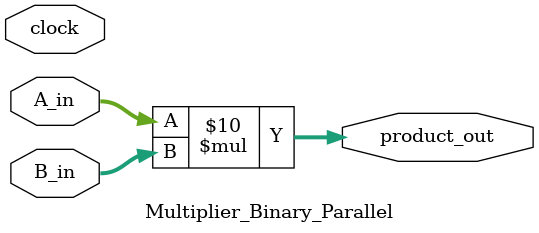
<source format=v>


// A generic signed multiplier module, with the inference left to the CAD
// tool. Any attributes to control the synthesis of the multiplier should be
// applied, in the text of the enclosing module, to this whole module. The
// attributes vary too much and none provide the default automatic inference
// choices made by the CAD tool (e.g.: logic for narrow widths, DSP blocks for
// larger widths), which are almost always the right choices.

//## Width and Signedness

// Both input word widths are parameterized separately so as to infer the
// smallest multiplier necessary to generate a full product, whose width is
// the sum of the widths of the inputs. *The user must manually supply that
// total width to the connecting wires in the enclosing module, as there is no
// way to introspect parameter values inside a module.*

// The multiplier inference is limited to signed integers as the common case
// and to keep the code simple. If you must treat the inputs as unsigned
// integers, first extend them with a constant zero most-significant bit to
// force them positive. Yes, this may cost some area and may slow down the
// logic slightly, but if a single extra bit of width breaks your timing
// closure, then your design's timing closure was already on its last legs,
// and perhaps you need to allow more pipelining and/or use a narrower width.

//## Pipelining

// At the time of writing (March 2020), retiming of external registers into an
// inferred multiplier does not work in Vivado, so we cannot simply place
// a [Register Pipeline](./Register_Pipeline.html) before and after the
// multiplier module to help it meet timing if necessary.

// Instead, we must connect the input and output pipelines and the multiplier
// all together in a single clocked always block to match the recommended HDL
// style for multiplier inference (UG901, *Vivado Design Suite User Guide:
// Synthesis*). This code also works under Intel Quartus Prime as its HDL
// coding guidelines for inferring multipliers are the same (UG-20131, *Intel
// Quartus Prime Pro Edition User Guide: Design Recommendations*).

// **Note**: *you must disable shift register extraction during synthesis to
// force implementation of the pipelines as registers which can be retimed and
// can be placed-and-routed independently.* Else your pipeline may be
// implemented as shift registers which, while compact, won't provide any
// pipelining benefits. *Shift register extraction is enabled by default in
// Vivado and Quartus synthesis.*

// Pipelining multipliers, although optional, benefits both synthesis and
// place-and-route: 

// * At a minimum, single input and output pipeline registers will get packed
// into the input and output registers of the DSP blocks, easing timing and
// saving area.
// * Particularly for wider multipliers, the inferred adder tree which merges
// the partial products from multiple DSP blocks may need an output pipeline
// to meet timing. (The input pipeline does not appear to retime through the
// DSP blocks.)
// * Finally, since DSP blocks only exist in certain fixed locations on FPGAs,
// abundant pipelining frees the CAD tool to place-and-route the DSP blocks
// away from other timing-critical logic, which would otherwise misleadinly
// appear to be the critical path (due to poor routing) and lead you to waste
// effort trying to optimize the wrong logic!
// For example, I've once had to add a total of 24 pipeline stages (12 input,
// 12 output) to a very wide multiplier with a 100-bit product to allow other
// 100-bit arithmetic logic to meet timing.

`default_nettype none

module Multiplier_Binary_Parallel
#(
    parameter WORD_WIDTH_A      = 0,
    parameter WORD_WIDTH_B      = 0,
    parameter INPUT_PIPE_DEPTH  = 0,
    parameter OUTPUT_PIPE_DEPTH = 0,

    // Don't set at instantiation, except in IPI
    parameter PRODUCT_WIDTH = WORD_WIDTH_A + WORD_WIDTH_B
)
(
    // Unused if no input/output pipelines (combinational multiplier)
    // verilator lint_off UNUSED
    input  wire                             clock,
    // verilator lint_on  UNUSED
    input  wire signed [WORD_WIDTH_A-1:0]   A_in,
    input  wire signed [WORD_WIDTH_B-1:0]   B_in,
    output reg  signed [PRODUCT_WIDTH-1:0]  product_out
);

    localparam WORD_ZERO_A  = {WORD_WIDTH_A{1'b0}};
    localparam WORD_ZERO_B  = {WORD_WIDTH_B{1'b0}};
    localparam PRODUCT_ZERO = {PRODUCT_WIDTH{1'b0}};

    initial begin
        product_out = PRODUCT_ZERO;
    end

// If their depth is greater than zero, create the input and/or output
// pipelines. These **MUST** be declared as `signed`, else the multiplication
// will be inferred as unsigned and calculate the wrong results when given
// negative integers.

// Then, if necessary, we connect the inputs, the pipelines, and the
// multiplier all together in a single clocked always block. The CAD tool with
// infer DSP blocks and adders, and retime the pipeline registers as necessary
// if retiming is enabled in your CAD tool. *Retiming is off by default in
// Vivado and Quartus synthesis.*

// We write the pipelines using the idiom of peeling out the first loop
// iteration so we never generate a negative index with `i-1`. Note the
// initialization value of `i` in the for-loops.

// There are four possible cases of zero and non-zero (positive) pipeline
// depths, so we generate the correct code, based on the HDL guidelines, for
// each case. A negative pipe depth would result in negative array ranges,
// *which is legal in Verilog-2001*, though I have no idea what it's for. To
// avoid strange corner cases, no code is generated for negative values, which
// will cause the design to fail to elaborate.

    generate

        // No pipelines (combinational multiplier)
        if ((INPUT_PIPE_DEPTH == 0) && (OUTPUT_PIPE_DEPTH == 0)) begin: no_pipe
            always @(*) begin
                product_out = A_in * B_in;
            end
        end

        // Input pipeline only
        else if ((INPUT_PIPE_DEPTH > 0) && (OUTPUT_PIPE_DEPTH == 0)) begin: in_pipe
            reg signed [WORD_WIDTH_A-1:0]  input_pipe_A  [INPUT_PIPE_DEPTH-1:0];
            reg signed [WORD_WIDTH_B-1:0]  input_pipe_B  [INPUT_PIPE_DEPTH-1:0];

            integer i;

            initial begin
                for (i=0; i < INPUT_PIPE_DEPTH; i=i+1) begin
                    input_pipe_A [i] = WORD_ZERO_A;
                    input_pipe_B [i] = WORD_ZERO_B;
                end
            end

            always @(posedge clock) begin
                input_pipe_A[0] <= A_in;
                input_pipe_B[0] <= B_in;

                for (i=1; i < INPUT_PIPE_DEPTH; i=i+1) begin: per_input
                    input_pipe_A [i] <= input_pipe_A [i-1];
                    input_pipe_B [i] <= input_pipe_B [i-1];
                end
            end

            // Corner case: it isn't possible to put this in the clocked
            // always block without registering the output as a consequence.
            always @(*) begin
                product_out = input_pipe_A [INPUT_PIPE_DEPTH-1] * input_pipe_B [INPUT_PIPE_DEPTH-1];
            end
        end

        // Output pipeline only
        else if ((INPUT_PIPE_DEPTH == 0) && (OUTPUT_PIPE_DEPTH > 0)) begin: out_pipe
            reg signed [PRODUCT_WIDTH-1:0] output_pipe   [OUTPUT_PIPE_DEPTH-1:0];

            integer i;

            initial begin
                for (i=0; i < OUTPUT_PIPE_DEPTH; i=i+1) begin
                    output_pipe [i] = PRODUCT_ZERO;
                end
            end

            always @(posedge clock) begin
                output_pipe [0] <= A_in * B_in;

                for (i=1; i < OUTPUT_PIPE_DEPTH; i=i+1) begin: per_output
                    output_pipe [i] <= output_pipe [i-1];
                end
            end

            always @(*) begin
                product_out = output_pipe [OUTPUT_PIPE_DEPTH-1];
            end
        end

        // Both input and output pipelines
        else if ((INPUT_PIPE_DEPTH > 0) && (OUTPUT_PIPE_DEPTH > 0)) begin: in_out_pipe
            reg signed [WORD_WIDTH_A-1:0]  input_pipe_A  [INPUT_PIPE_DEPTH-1:0];
            reg signed [WORD_WIDTH_B-1:0]  input_pipe_B  [INPUT_PIPE_DEPTH-1:0];
            reg signed [PRODUCT_WIDTH-1:0] output_pipe   [OUTPUT_PIPE_DEPTH-1:0];

            integer i;

            initial begin
                for (i=0; i < INPUT_PIPE_DEPTH; i=i+1) begin
                    input_pipe_A [i] = WORD_ZERO_A;
                    input_pipe_B [i] = WORD_ZERO_B;
                end
                for (i=0; i < OUTPUT_PIPE_DEPTH; i=i+1) begin
                    output_pipe [i] = PRODUCT_ZERO;
                end
            end

            always @(posedge clock) begin
                input_pipe_A[0] <= A_in;
                input_pipe_B[0] <= B_in;

                for (i=1; i < INPUT_PIPE_DEPTH; i=i+1) begin: per_input
                    input_pipe_A [i] <= input_pipe_A [i-1];
                    input_pipe_B [i] <= input_pipe_B [i-1];
                end

                output_pipe [0] <= input_pipe_A [INPUT_PIPE_DEPTH-1] * input_pipe_B [INPUT_PIPE_DEPTH-1];

                for (i=1; i < OUTPUT_PIPE_DEPTH; i=i+1) begin: per_output
                    output_pipe [i] <= output_pipe [i-1];
                end

            end

            always @(*) begin
                product_out = output_pipe [OUTPUT_PIPE_DEPTH-1];
            end
        end

    endgenerate

endmodule


</source>
